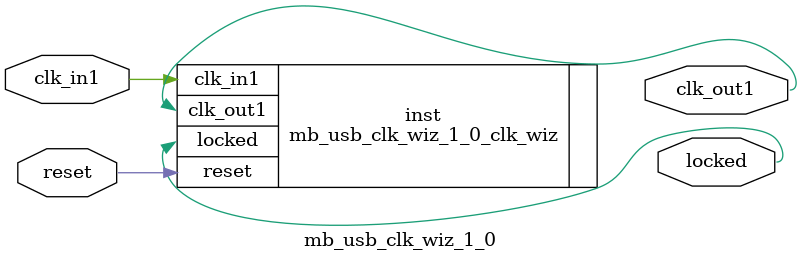
<source format=v>


`timescale 1ps/1ps

(* CORE_GENERATION_INFO = "mb_usb_clk_wiz_1_0,clk_wiz_v6_0_12_0_0,{component_name=mb_usb_clk_wiz_1_0,use_phase_alignment=true,use_min_o_jitter=false,use_max_i_jitter=false,use_dyn_phase_shift=false,use_inclk_switchover=false,use_dyn_reconfig=false,enable_axi=0,feedback_source=FDBK_AUTO,PRIMITIVE=MMCM,num_out_clk=1,clkin1_period=10.000,clkin2_period=10.000,use_power_down=false,use_reset=true,use_locked=true,use_inclk_stopped=false,feedback_type=SINGLE,CLOCK_MGR_TYPE=NA,manual_override=false}" *)

module mb_usb_clk_wiz_1_0 
 (
  // Clock out ports
  output        clk_out1,
  // Status and control signals
  input         reset,
  output        locked,
 // Clock in ports
  input         clk_in1
 );

  mb_usb_clk_wiz_1_0_clk_wiz inst
  (
  // Clock out ports  
  .clk_out1(clk_out1),
  // Status and control signals               
  .reset(reset), 
  .locked(locked),
 // Clock in ports
  .clk_in1(clk_in1)
  );

endmodule

</source>
